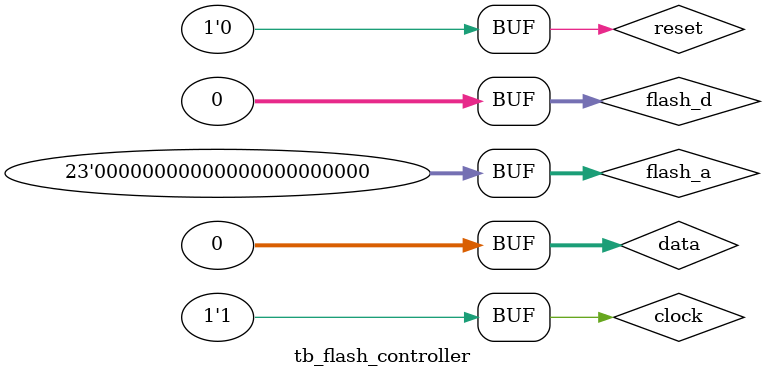
<source format=sv>
`timescale 1ns / 1ps

module tb_flash_controller();
    reg clock, reset;
    wire [31:0] data = 32'b0;
    
    wire [22:0] flash_a = 23'b0;
    wire [31:0] flash_d = 32'b0;
    wire flash_rp_n;
    wire flash_vpen;
    wire flash_ce_n;
    wire flash_oe_n;
    wire flash_we_n;
    wire flash_byte_n;
    
    initial begin
        reset = 1'b0;
        clock = 1'b0;
        #(200) clock = ~clock;
        #(200) clock = ~clock;
        #(200) clock = ~clock;
        #(200) clock = ~clock;
        #(200) clock = ~clock;
        #(200) clock = ~clock;
        #(200) clock = ~clock;
        #(200) clock = ~clock;
        #(200) clock = ~clock;
        
    end
    
    flash_controller ctl(
    .clk(clock),
    .rst(reset),
    .bus_addr(23'b0),
    .read_op(1'b1),
    .bus_data(data),
    .flash_a(flash_a),
    .flash_d(flash_d),
    .flash_rp_n(flash_rp_n),
    .flash_vpen(flash_vpen),
    .flash_ce_n(flash_ce_n),
    .flash_oe_n(flash_oe_n),
    .flash_we_n(flash_we_n),
    .flash_byte_n(flash_byte_n)
    );


endmodule
</source>
